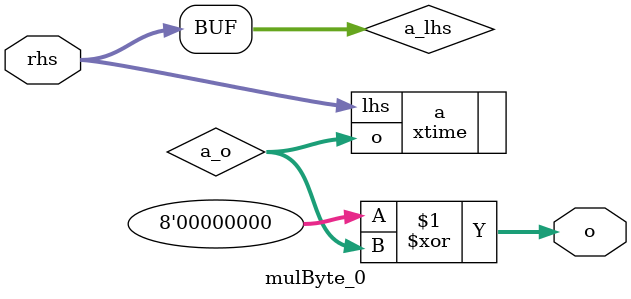
<source format=v>
`default_nettype none
`timescale 1ns/1ps
`include "Cipher_defs.vh"

module mulByte_0(
  rhs,
  o
);
  `include "dfhdl_defs.vh"
  `include "Cipher_defs.vh"
  parameter [7:0] lhs = 8'h02;
  input  wire [7:0] rhs;
  output wire [7:0] o;
  wire [7:0] a_lhs;
  wire [7:0] a_o;
  xtime a(
    .lhs /*<--*/ (a_lhs),
    .o   /*-->*/ (a_o)
  );
  assign a_lhs = rhs;
  assign o     = 8'h00 ^ a_o;
endmodule

</source>
